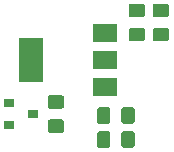
<source format=gbr>
G04 #@! TF.GenerationSoftware,KiCad,Pcbnew,(5.1.5)-3*
G04 #@! TF.CreationDate,2020-07-09T12:28:23-03:00*
G04 #@! TF.ProjectId,UFRGS PILL,55465247-5320-4504-994c-4c2e6b696361,0.1*
G04 #@! TF.SameCoordinates,Original*
G04 #@! TF.FileFunction,Paste,Bot*
G04 #@! TF.FilePolarity,Positive*
%FSLAX46Y46*%
G04 Gerber Fmt 4.6, Leading zero omitted, Abs format (unit mm)*
G04 Created by KiCad (PCBNEW (5.1.5)-3) date 2020-07-09 12:28:23*
%MOMM*%
%LPD*%
G04 APERTURE LIST*
%ADD10R,2.000000X1.500000*%
%ADD11R,2.000000X3.800000*%
%ADD12C,0.100000*%
%ADD13R,0.900000X0.800000*%
G04 APERTURE END LIST*
D10*
X119228000Y-45071000D03*
X119228000Y-49671000D03*
X119228000Y-47371000D03*
D11*
X112928000Y-47371000D03*
D12*
G36*
X115536505Y-50344204D02*
G01*
X115560773Y-50347804D01*
X115584572Y-50353765D01*
X115607671Y-50362030D01*
X115629850Y-50372520D01*
X115650893Y-50385132D01*
X115670599Y-50399747D01*
X115688777Y-50416223D01*
X115705253Y-50434401D01*
X115719868Y-50454107D01*
X115732480Y-50475150D01*
X115742970Y-50497329D01*
X115751235Y-50520428D01*
X115757196Y-50544227D01*
X115760796Y-50568495D01*
X115762000Y-50592999D01*
X115762000Y-51243001D01*
X115760796Y-51267505D01*
X115757196Y-51291773D01*
X115751235Y-51315572D01*
X115742970Y-51338671D01*
X115732480Y-51360850D01*
X115719868Y-51381893D01*
X115705253Y-51401599D01*
X115688777Y-51419777D01*
X115670599Y-51436253D01*
X115650893Y-51450868D01*
X115629850Y-51463480D01*
X115607671Y-51473970D01*
X115584572Y-51482235D01*
X115560773Y-51488196D01*
X115536505Y-51491796D01*
X115512001Y-51493000D01*
X114611999Y-51493000D01*
X114587495Y-51491796D01*
X114563227Y-51488196D01*
X114539428Y-51482235D01*
X114516329Y-51473970D01*
X114494150Y-51463480D01*
X114473107Y-51450868D01*
X114453401Y-51436253D01*
X114435223Y-51419777D01*
X114418747Y-51401599D01*
X114404132Y-51381893D01*
X114391520Y-51360850D01*
X114381030Y-51338671D01*
X114372765Y-51315572D01*
X114366804Y-51291773D01*
X114363204Y-51267505D01*
X114362000Y-51243001D01*
X114362000Y-50592999D01*
X114363204Y-50568495D01*
X114366804Y-50544227D01*
X114372765Y-50520428D01*
X114381030Y-50497329D01*
X114391520Y-50475150D01*
X114404132Y-50454107D01*
X114418747Y-50434401D01*
X114435223Y-50416223D01*
X114453401Y-50399747D01*
X114473107Y-50385132D01*
X114494150Y-50372520D01*
X114516329Y-50362030D01*
X114539428Y-50353765D01*
X114563227Y-50347804D01*
X114587495Y-50344204D01*
X114611999Y-50343000D01*
X115512001Y-50343000D01*
X115536505Y-50344204D01*
G37*
G36*
X115536505Y-52394204D02*
G01*
X115560773Y-52397804D01*
X115584572Y-52403765D01*
X115607671Y-52412030D01*
X115629850Y-52422520D01*
X115650893Y-52435132D01*
X115670599Y-52449747D01*
X115688777Y-52466223D01*
X115705253Y-52484401D01*
X115719868Y-52504107D01*
X115732480Y-52525150D01*
X115742970Y-52547329D01*
X115751235Y-52570428D01*
X115757196Y-52594227D01*
X115760796Y-52618495D01*
X115762000Y-52642999D01*
X115762000Y-53293001D01*
X115760796Y-53317505D01*
X115757196Y-53341773D01*
X115751235Y-53365572D01*
X115742970Y-53388671D01*
X115732480Y-53410850D01*
X115719868Y-53431893D01*
X115705253Y-53451599D01*
X115688777Y-53469777D01*
X115670599Y-53486253D01*
X115650893Y-53500868D01*
X115629850Y-53513480D01*
X115607671Y-53523970D01*
X115584572Y-53532235D01*
X115560773Y-53538196D01*
X115536505Y-53541796D01*
X115512001Y-53543000D01*
X114611999Y-53543000D01*
X114587495Y-53541796D01*
X114563227Y-53538196D01*
X114539428Y-53532235D01*
X114516329Y-53523970D01*
X114494150Y-53513480D01*
X114473107Y-53500868D01*
X114453401Y-53486253D01*
X114435223Y-53469777D01*
X114418747Y-53451599D01*
X114404132Y-53431893D01*
X114391520Y-53410850D01*
X114381030Y-53388671D01*
X114372765Y-53365572D01*
X114366804Y-53341773D01*
X114363204Y-53317505D01*
X114362000Y-53293001D01*
X114362000Y-52642999D01*
X114363204Y-52618495D01*
X114366804Y-52594227D01*
X114372765Y-52570428D01*
X114381030Y-52547329D01*
X114391520Y-52525150D01*
X114404132Y-52504107D01*
X114418747Y-52484401D01*
X114435223Y-52466223D01*
X114453401Y-52449747D01*
X114473107Y-52435132D01*
X114494150Y-52422520D01*
X114516329Y-52412030D01*
X114539428Y-52403765D01*
X114563227Y-52397804D01*
X114587495Y-52394204D01*
X114611999Y-52393000D01*
X115512001Y-52393000D01*
X115536505Y-52394204D01*
G37*
D13*
X113141000Y-51943000D03*
X111141000Y-50993000D03*
X111141000Y-52893000D03*
D12*
G36*
X124426505Y-42597204D02*
G01*
X124450773Y-42600804D01*
X124474572Y-42606765D01*
X124497671Y-42615030D01*
X124519850Y-42625520D01*
X124540893Y-42638132D01*
X124560599Y-42652747D01*
X124578777Y-42669223D01*
X124595253Y-42687401D01*
X124609868Y-42707107D01*
X124622480Y-42728150D01*
X124632970Y-42750329D01*
X124641235Y-42773428D01*
X124647196Y-42797227D01*
X124650796Y-42821495D01*
X124652000Y-42845999D01*
X124652000Y-43496001D01*
X124650796Y-43520505D01*
X124647196Y-43544773D01*
X124641235Y-43568572D01*
X124632970Y-43591671D01*
X124622480Y-43613850D01*
X124609868Y-43634893D01*
X124595253Y-43654599D01*
X124578777Y-43672777D01*
X124560599Y-43689253D01*
X124540893Y-43703868D01*
X124519850Y-43716480D01*
X124497671Y-43726970D01*
X124474572Y-43735235D01*
X124450773Y-43741196D01*
X124426505Y-43744796D01*
X124402001Y-43746000D01*
X123501999Y-43746000D01*
X123477495Y-43744796D01*
X123453227Y-43741196D01*
X123429428Y-43735235D01*
X123406329Y-43726970D01*
X123384150Y-43716480D01*
X123363107Y-43703868D01*
X123343401Y-43689253D01*
X123325223Y-43672777D01*
X123308747Y-43654599D01*
X123294132Y-43634893D01*
X123281520Y-43613850D01*
X123271030Y-43591671D01*
X123262765Y-43568572D01*
X123256804Y-43544773D01*
X123253204Y-43520505D01*
X123252000Y-43496001D01*
X123252000Y-42845999D01*
X123253204Y-42821495D01*
X123256804Y-42797227D01*
X123262765Y-42773428D01*
X123271030Y-42750329D01*
X123281520Y-42728150D01*
X123294132Y-42707107D01*
X123308747Y-42687401D01*
X123325223Y-42669223D01*
X123343401Y-42652747D01*
X123363107Y-42638132D01*
X123384150Y-42625520D01*
X123406329Y-42615030D01*
X123429428Y-42606765D01*
X123453227Y-42600804D01*
X123477495Y-42597204D01*
X123501999Y-42596000D01*
X124402001Y-42596000D01*
X124426505Y-42597204D01*
G37*
G36*
X124426505Y-44647204D02*
G01*
X124450773Y-44650804D01*
X124474572Y-44656765D01*
X124497671Y-44665030D01*
X124519850Y-44675520D01*
X124540893Y-44688132D01*
X124560599Y-44702747D01*
X124578777Y-44719223D01*
X124595253Y-44737401D01*
X124609868Y-44757107D01*
X124622480Y-44778150D01*
X124632970Y-44800329D01*
X124641235Y-44823428D01*
X124647196Y-44847227D01*
X124650796Y-44871495D01*
X124652000Y-44895999D01*
X124652000Y-45546001D01*
X124650796Y-45570505D01*
X124647196Y-45594773D01*
X124641235Y-45618572D01*
X124632970Y-45641671D01*
X124622480Y-45663850D01*
X124609868Y-45684893D01*
X124595253Y-45704599D01*
X124578777Y-45722777D01*
X124560599Y-45739253D01*
X124540893Y-45753868D01*
X124519850Y-45766480D01*
X124497671Y-45776970D01*
X124474572Y-45785235D01*
X124450773Y-45791196D01*
X124426505Y-45794796D01*
X124402001Y-45796000D01*
X123501999Y-45796000D01*
X123477495Y-45794796D01*
X123453227Y-45791196D01*
X123429428Y-45785235D01*
X123406329Y-45776970D01*
X123384150Y-45766480D01*
X123363107Y-45753868D01*
X123343401Y-45739253D01*
X123325223Y-45722777D01*
X123308747Y-45704599D01*
X123294132Y-45684893D01*
X123281520Y-45663850D01*
X123271030Y-45641671D01*
X123262765Y-45618572D01*
X123256804Y-45594773D01*
X123253204Y-45570505D01*
X123252000Y-45546001D01*
X123252000Y-44895999D01*
X123253204Y-44871495D01*
X123256804Y-44847227D01*
X123262765Y-44823428D01*
X123271030Y-44800329D01*
X123281520Y-44778150D01*
X123294132Y-44757107D01*
X123308747Y-44737401D01*
X123325223Y-44719223D01*
X123343401Y-44702747D01*
X123363107Y-44688132D01*
X123384150Y-44675520D01*
X123406329Y-44665030D01*
X123429428Y-44656765D01*
X123453227Y-44650804D01*
X123477495Y-44647204D01*
X123501999Y-44646000D01*
X124402001Y-44646000D01*
X124426505Y-44647204D01*
G37*
G36*
X122394505Y-42597204D02*
G01*
X122418773Y-42600804D01*
X122442572Y-42606765D01*
X122465671Y-42615030D01*
X122487850Y-42625520D01*
X122508893Y-42638132D01*
X122528599Y-42652747D01*
X122546777Y-42669223D01*
X122563253Y-42687401D01*
X122577868Y-42707107D01*
X122590480Y-42728150D01*
X122600970Y-42750329D01*
X122609235Y-42773428D01*
X122615196Y-42797227D01*
X122618796Y-42821495D01*
X122620000Y-42845999D01*
X122620000Y-43496001D01*
X122618796Y-43520505D01*
X122615196Y-43544773D01*
X122609235Y-43568572D01*
X122600970Y-43591671D01*
X122590480Y-43613850D01*
X122577868Y-43634893D01*
X122563253Y-43654599D01*
X122546777Y-43672777D01*
X122528599Y-43689253D01*
X122508893Y-43703868D01*
X122487850Y-43716480D01*
X122465671Y-43726970D01*
X122442572Y-43735235D01*
X122418773Y-43741196D01*
X122394505Y-43744796D01*
X122370001Y-43746000D01*
X121469999Y-43746000D01*
X121445495Y-43744796D01*
X121421227Y-43741196D01*
X121397428Y-43735235D01*
X121374329Y-43726970D01*
X121352150Y-43716480D01*
X121331107Y-43703868D01*
X121311401Y-43689253D01*
X121293223Y-43672777D01*
X121276747Y-43654599D01*
X121262132Y-43634893D01*
X121249520Y-43613850D01*
X121239030Y-43591671D01*
X121230765Y-43568572D01*
X121224804Y-43544773D01*
X121221204Y-43520505D01*
X121220000Y-43496001D01*
X121220000Y-42845999D01*
X121221204Y-42821495D01*
X121224804Y-42797227D01*
X121230765Y-42773428D01*
X121239030Y-42750329D01*
X121249520Y-42728150D01*
X121262132Y-42707107D01*
X121276747Y-42687401D01*
X121293223Y-42669223D01*
X121311401Y-42652747D01*
X121331107Y-42638132D01*
X121352150Y-42625520D01*
X121374329Y-42615030D01*
X121397428Y-42606765D01*
X121421227Y-42600804D01*
X121445495Y-42597204D01*
X121469999Y-42596000D01*
X122370001Y-42596000D01*
X122394505Y-42597204D01*
G37*
G36*
X122394505Y-44647204D02*
G01*
X122418773Y-44650804D01*
X122442572Y-44656765D01*
X122465671Y-44665030D01*
X122487850Y-44675520D01*
X122508893Y-44688132D01*
X122528599Y-44702747D01*
X122546777Y-44719223D01*
X122563253Y-44737401D01*
X122577868Y-44757107D01*
X122590480Y-44778150D01*
X122600970Y-44800329D01*
X122609235Y-44823428D01*
X122615196Y-44847227D01*
X122618796Y-44871495D01*
X122620000Y-44895999D01*
X122620000Y-45546001D01*
X122618796Y-45570505D01*
X122615196Y-45594773D01*
X122609235Y-45618572D01*
X122600970Y-45641671D01*
X122590480Y-45663850D01*
X122577868Y-45684893D01*
X122563253Y-45704599D01*
X122546777Y-45722777D01*
X122528599Y-45739253D01*
X122508893Y-45753868D01*
X122487850Y-45766480D01*
X122465671Y-45776970D01*
X122442572Y-45785235D01*
X122418773Y-45791196D01*
X122394505Y-45794796D01*
X122370001Y-45796000D01*
X121469999Y-45796000D01*
X121445495Y-45794796D01*
X121421227Y-45791196D01*
X121397428Y-45785235D01*
X121374329Y-45776970D01*
X121352150Y-45766480D01*
X121331107Y-45753868D01*
X121311401Y-45739253D01*
X121293223Y-45722777D01*
X121276747Y-45704599D01*
X121262132Y-45684893D01*
X121249520Y-45663850D01*
X121239030Y-45641671D01*
X121230765Y-45618572D01*
X121224804Y-45594773D01*
X121221204Y-45570505D01*
X121220000Y-45546001D01*
X121220000Y-44895999D01*
X121221204Y-44871495D01*
X121224804Y-44847227D01*
X121230765Y-44823428D01*
X121239030Y-44800329D01*
X121249520Y-44778150D01*
X121262132Y-44757107D01*
X121276747Y-44737401D01*
X121293223Y-44719223D01*
X121311401Y-44702747D01*
X121331107Y-44688132D01*
X121352150Y-44675520D01*
X121374329Y-44665030D01*
X121397428Y-44656765D01*
X121421227Y-44650804D01*
X121445495Y-44647204D01*
X121469999Y-44646000D01*
X122370001Y-44646000D01*
X122394505Y-44647204D01*
G37*
G36*
X121516505Y-51371204D02*
G01*
X121540773Y-51374804D01*
X121564572Y-51380765D01*
X121587671Y-51389030D01*
X121609850Y-51399520D01*
X121630893Y-51412132D01*
X121650599Y-51426747D01*
X121668777Y-51443223D01*
X121685253Y-51461401D01*
X121699868Y-51481107D01*
X121712480Y-51502150D01*
X121722970Y-51524329D01*
X121731235Y-51547428D01*
X121737196Y-51571227D01*
X121740796Y-51595495D01*
X121742000Y-51619999D01*
X121742000Y-52520001D01*
X121740796Y-52544505D01*
X121737196Y-52568773D01*
X121731235Y-52592572D01*
X121722970Y-52615671D01*
X121712480Y-52637850D01*
X121699868Y-52658893D01*
X121685253Y-52678599D01*
X121668777Y-52696777D01*
X121650599Y-52713253D01*
X121630893Y-52727868D01*
X121609850Y-52740480D01*
X121587671Y-52750970D01*
X121564572Y-52759235D01*
X121540773Y-52765196D01*
X121516505Y-52768796D01*
X121492001Y-52770000D01*
X120841999Y-52770000D01*
X120817495Y-52768796D01*
X120793227Y-52765196D01*
X120769428Y-52759235D01*
X120746329Y-52750970D01*
X120724150Y-52740480D01*
X120703107Y-52727868D01*
X120683401Y-52713253D01*
X120665223Y-52696777D01*
X120648747Y-52678599D01*
X120634132Y-52658893D01*
X120621520Y-52637850D01*
X120611030Y-52615671D01*
X120602765Y-52592572D01*
X120596804Y-52568773D01*
X120593204Y-52544505D01*
X120592000Y-52520001D01*
X120592000Y-51619999D01*
X120593204Y-51595495D01*
X120596804Y-51571227D01*
X120602765Y-51547428D01*
X120611030Y-51524329D01*
X120621520Y-51502150D01*
X120634132Y-51481107D01*
X120648747Y-51461401D01*
X120665223Y-51443223D01*
X120683401Y-51426747D01*
X120703107Y-51412132D01*
X120724150Y-51399520D01*
X120746329Y-51389030D01*
X120769428Y-51380765D01*
X120793227Y-51374804D01*
X120817495Y-51371204D01*
X120841999Y-51370000D01*
X121492001Y-51370000D01*
X121516505Y-51371204D01*
G37*
G36*
X119466505Y-51371204D02*
G01*
X119490773Y-51374804D01*
X119514572Y-51380765D01*
X119537671Y-51389030D01*
X119559850Y-51399520D01*
X119580893Y-51412132D01*
X119600599Y-51426747D01*
X119618777Y-51443223D01*
X119635253Y-51461401D01*
X119649868Y-51481107D01*
X119662480Y-51502150D01*
X119672970Y-51524329D01*
X119681235Y-51547428D01*
X119687196Y-51571227D01*
X119690796Y-51595495D01*
X119692000Y-51619999D01*
X119692000Y-52520001D01*
X119690796Y-52544505D01*
X119687196Y-52568773D01*
X119681235Y-52592572D01*
X119672970Y-52615671D01*
X119662480Y-52637850D01*
X119649868Y-52658893D01*
X119635253Y-52678599D01*
X119618777Y-52696777D01*
X119600599Y-52713253D01*
X119580893Y-52727868D01*
X119559850Y-52740480D01*
X119537671Y-52750970D01*
X119514572Y-52759235D01*
X119490773Y-52765196D01*
X119466505Y-52768796D01*
X119442001Y-52770000D01*
X118791999Y-52770000D01*
X118767495Y-52768796D01*
X118743227Y-52765196D01*
X118719428Y-52759235D01*
X118696329Y-52750970D01*
X118674150Y-52740480D01*
X118653107Y-52727868D01*
X118633401Y-52713253D01*
X118615223Y-52696777D01*
X118598747Y-52678599D01*
X118584132Y-52658893D01*
X118571520Y-52637850D01*
X118561030Y-52615671D01*
X118552765Y-52592572D01*
X118546804Y-52568773D01*
X118543204Y-52544505D01*
X118542000Y-52520001D01*
X118542000Y-51619999D01*
X118543204Y-51595495D01*
X118546804Y-51571227D01*
X118552765Y-51547428D01*
X118561030Y-51524329D01*
X118571520Y-51502150D01*
X118584132Y-51481107D01*
X118598747Y-51461401D01*
X118615223Y-51443223D01*
X118633401Y-51426747D01*
X118653107Y-51412132D01*
X118674150Y-51399520D01*
X118696329Y-51389030D01*
X118719428Y-51380765D01*
X118743227Y-51374804D01*
X118767495Y-51371204D01*
X118791999Y-51370000D01*
X119442001Y-51370000D01*
X119466505Y-51371204D01*
G37*
G36*
X121516505Y-53403204D02*
G01*
X121540773Y-53406804D01*
X121564572Y-53412765D01*
X121587671Y-53421030D01*
X121609850Y-53431520D01*
X121630893Y-53444132D01*
X121650599Y-53458747D01*
X121668777Y-53475223D01*
X121685253Y-53493401D01*
X121699868Y-53513107D01*
X121712480Y-53534150D01*
X121722970Y-53556329D01*
X121731235Y-53579428D01*
X121737196Y-53603227D01*
X121740796Y-53627495D01*
X121742000Y-53651999D01*
X121742000Y-54552001D01*
X121740796Y-54576505D01*
X121737196Y-54600773D01*
X121731235Y-54624572D01*
X121722970Y-54647671D01*
X121712480Y-54669850D01*
X121699868Y-54690893D01*
X121685253Y-54710599D01*
X121668777Y-54728777D01*
X121650599Y-54745253D01*
X121630893Y-54759868D01*
X121609850Y-54772480D01*
X121587671Y-54782970D01*
X121564572Y-54791235D01*
X121540773Y-54797196D01*
X121516505Y-54800796D01*
X121492001Y-54802000D01*
X120841999Y-54802000D01*
X120817495Y-54800796D01*
X120793227Y-54797196D01*
X120769428Y-54791235D01*
X120746329Y-54782970D01*
X120724150Y-54772480D01*
X120703107Y-54759868D01*
X120683401Y-54745253D01*
X120665223Y-54728777D01*
X120648747Y-54710599D01*
X120634132Y-54690893D01*
X120621520Y-54669850D01*
X120611030Y-54647671D01*
X120602765Y-54624572D01*
X120596804Y-54600773D01*
X120593204Y-54576505D01*
X120592000Y-54552001D01*
X120592000Y-53651999D01*
X120593204Y-53627495D01*
X120596804Y-53603227D01*
X120602765Y-53579428D01*
X120611030Y-53556329D01*
X120621520Y-53534150D01*
X120634132Y-53513107D01*
X120648747Y-53493401D01*
X120665223Y-53475223D01*
X120683401Y-53458747D01*
X120703107Y-53444132D01*
X120724150Y-53431520D01*
X120746329Y-53421030D01*
X120769428Y-53412765D01*
X120793227Y-53406804D01*
X120817495Y-53403204D01*
X120841999Y-53402000D01*
X121492001Y-53402000D01*
X121516505Y-53403204D01*
G37*
G36*
X119466505Y-53403204D02*
G01*
X119490773Y-53406804D01*
X119514572Y-53412765D01*
X119537671Y-53421030D01*
X119559850Y-53431520D01*
X119580893Y-53444132D01*
X119600599Y-53458747D01*
X119618777Y-53475223D01*
X119635253Y-53493401D01*
X119649868Y-53513107D01*
X119662480Y-53534150D01*
X119672970Y-53556329D01*
X119681235Y-53579428D01*
X119687196Y-53603227D01*
X119690796Y-53627495D01*
X119692000Y-53651999D01*
X119692000Y-54552001D01*
X119690796Y-54576505D01*
X119687196Y-54600773D01*
X119681235Y-54624572D01*
X119672970Y-54647671D01*
X119662480Y-54669850D01*
X119649868Y-54690893D01*
X119635253Y-54710599D01*
X119618777Y-54728777D01*
X119600599Y-54745253D01*
X119580893Y-54759868D01*
X119559850Y-54772480D01*
X119537671Y-54782970D01*
X119514572Y-54791235D01*
X119490773Y-54797196D01*
X119466505Y-54800796D01*
X119442001Y-54802000D01*
X118791999Y-54802000D01*
X118767495Y-54800796D01*
X118743227Y-54797196D01*
X118719428Y-54791235D01*
X118696329Y-54782970D01*
X118674150Y-54772480D01*
X118653107Y-54759868D01*
X118633401Y-54745253D01*
X118615223Y-54728777D01*
X118598747Y-54710599D01*
X118584132Y-54690893D01*
X118571520Y-54669850D01*
X118561030Y-54647671D01*
X118552765Y-54624572D01*
X118546804Y-54600773D01*
X118543204Y-54576505D01*
X118542000Y-54552001D01*
X118542000Y-53651999D01*
X118543204Y-53627495D01*
X118546804Y-53603227D01*
X118552765Y-53579428D01*
X118561030Y-53556329D01*
X118571520Y-53534150D01*
X118584132Y-53513107D01*
X118598747Y-53493401D01*
X118615223Y-53475223D01*
X118633401Y-53458747D01*
X118653107Y-53444132D01*
X118674150Y-53431520D01*
X118696329Y-53421030D01*
X118719428Y-53412765D01*
X118743227Y-53406804D01*
X118767495Y-53403204D01*
X118791999Y-53402000D01*
X119442001Y-53402000D01*
X119466505Y-53403204D01*
G37*
M02*

</source>
